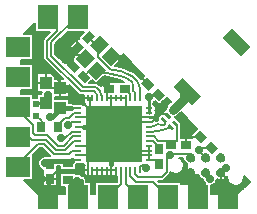
<source format=gtl>
G04 DipTrace 2.4.0.2*
%IN2dB-bBLE.gtl*%
%MOIN*%
%ADD13C,0.008*%
%ADD14C,0.029*%
%ADD15C,0.015*%
%ADD16C,0.006*%
%ADD17C,0.007*%
%ADD18C,0.01*%
%ADD19R,0.0354X0.0276*%
%ADD20R,0.0394X0.0433*%
%ADD21R,0.0276X0.0354*%
%ADD22R,0.0354X0.0295*%
%ADD23R,0.08X0.0669*%
%ADD24R,0.0669X0.08*%
%ADD25R,0.0295X0.0354*%
%ADD26R,0.0197X0.0236*%
%ADD29O,0.0256X0.0079*%
%ADD30O,0.0079X0.0256*%
%ADD31R,0.185X0.185*%
%ADD32C,0.028*%
%ADD34C,0.028*%
%FSLAX44Y44*%
G04*
G70*
G90*
G75*
G01*
%LNTop*%
%LPD*%
X9066Y6779D2*
D13*
X9100Y6744D1*
Y6842D1*
D14*
X9467Y7210D1*
Y7453D1*
X9564D1*
X4862Y7742D2*
D13*
X5040Y7564D1*
X5348D1*
X6258Y4842D2*
Y5172D1*
X7871Y6785D1*
X6258Y4842D2*
X6028D1*
X5971D1*
Y4772D1*
X5186D1*
X5007Y4592D1*
Y4529D1*
X5438Y9106D2*
X5472D1*
X5613Y9247D1*
Y8918D1*
X5848Y8682D1*
X6168D1*
Y8541D1*
X6028Y4846D2*
Y4842D1*
X4702Y8175D2*
Y8531D1*
X4593Y8640D1*
Y8669D1*
Y8506D1*
X5592Y7507D1*
Y7530D1*
X5348Y7564D2*
X5558D1*
X5592Y7530D1*
X5564Y7564D2*
X6074Y7054D1*
X6050D1*
X5908Y7195D1*
X5902D1*
X8315Y6585D2*
X7833D1*
X7597Y6821D1*
X7282D1*
X7578D1*
X7911D1*
Y6427D1*
X8315D1*
X7282Y6821D2*
X6965Y6822D1*
X6332D1*
X5959Y7195D1*
X5902D1*
X7578Y6821D2*
X7090Y6333D1*
Y5886D1*
X7105Y5872D1*
Y6019D1*
X7871Y6785D1*
X8926Y6640D2*
X8931D1*
X8857Y6714D1*
X8592D1*
Y6629D1*
X8520Y6556D1*
X8343D1*
X8315Y6585D1*
Y6427D2*
X8391D1*
X8520Y6556D1*
X8257Y7702D2*
X7918Y8042D1*
X7335Y8624D1*
X7031D1*
X5911Y8896D2*
X5648D1*
X5438Y9106D1*
X10854Y4909D2*
Y4908D1*
X10684Y4738D1*
X9302Y6542D2*
X9440Y6405D1*
Y6028D1*
X9478Y5989D1*
X7045Y7224D2*
Y6902D1*
X6965Y6822D1*
X6888Y7224D2*
X7518D1*
X7045D2*
X7203D1*
X7360D1*
X7518D1*
Y6812D1*
X7274D1*
X7282Y6821D1*
X4937Y3937D2*
Y4460D1*
X5007Y4529D1*
X6415Y4842D2*
X6573D1*
X6730D1*
X6888D1*
X7045D1*
X7203D1*
X5933Y5325D2*
X6323D1*
X6358Y5360D1*
X6725D1*
X6731Y5367D1*
X7104D1*
X7457D1*
X7464Y5373D1*
X7830D1*
X7939Y5482D1*
X8315D1*
Y5640D2*
Y5482D1*
Y5325D1*
Y5167D1*
X5933Y6585D2*
X6839D1*
X7090Y6333D1*
X7045Y4842D2*
Y5308D1*
X7104Y5367D1*
X9537Y5680D2*
Y5931D1*
X9478Y5989D1*
X10018Y5941D2*
X9526D1*
X8645Y5023D2*
X8621D1*
X8489Y5154D1*
X8328D1*
X8315Y5167D1*
Y5325D2*
X7879D1*
X7830Y5373D1*
X10937Y3937D2*
X10837D1*
Y4585D1*
X10684Y4738D1*
X5933Y5640D2*
X6725D1*
X7871Y6785D1*
X8315Y6585D2*
X7985D1*
X7909Y6509D1*
X7992Y6427D1*
X8315D1*
X6888Y7224D2*
Y7466D1*
X6972Y7550D1*
X6332Y6822D2*
Y7151D1*
X6258Y7224D1*
X6415D2*
X5931D1*
X5902Y7195D1*
X5775Y8304D2*
Y8311D1*
X5659Y8427D1*
X5285Y8768D2*
Y8953D1*
X5438Y9106D1*
X7414Y8550D2*
Y8545D1*
X8257Y7702D1*
X4575Y9240D2*
Y8687D1*
X4593Y8669D1*
X4545Y4868D2*
Y5287D1*
X4711Y5454D1*
X7677Y8270D2*
X7905Y8042D1*
X7918D1*
X5933Y6270D2*
X6136D1*
D15*
X6888D1*
X7124Y6033D1*
X7045Y4842D2*
D13*
Y5045D1*
D15*
Y5955D1*
X7124Y6033D1*
X8993Y5339D2*
D13*
Y5285D1*
X9089Y5381D1*
X9684D1*
Y5238D1*
X10184Y4738D2*
Y4695D1*
X10332Y4547D1*
X7833Y4842D2*
Y4711D1*
X7942Y4603D1*
X8717D1*
X8883Y4768D1*
Y5229D1*
X8993Y5339D1*
X7990Y4842D2*
Y4943D1*
X8055Y5008D1*
X8102D1*
X8199Y4911D1*
X9963Y5506D2*
Y5460D1*
X10184Y5238D1*
X10380Y5579D2*
X10035D1*
X9963Y5506D1*
X8315Y6112D2*
D16*
X8626Y6145D1*
X8713Y6155D1*
G03X9024Y6264I-181J1013D01*
G01*
X5933Y5167D2*
D13*
X5745D1*
D15*
Y5127D1*
X5093D1*
X5007Y5041D1*
X5348Y6895D2*
Y6811D1*
X5269D1*
X5072Y6613D1*
X4986D1*
X4830Y5054D2*
X4994D1*
X5007Y5041D1*
X5612Y5058D2*
Y5132D1*
X5097D1*
X5612Y5135D2*
X4911D1*
X4830Y5054D1*
X5348Y6895D2*
Y6891D1*
X5698D1*
D13*
X5732Y6925D1*
Y6900D1*
X5933D1*
X8787Y6501D2*
D16*
G02X8725Y6331I-27J-86D01*
G01*
G03X8490Y6307I-103J-149D01*
G01*
G02X8315Y6270I-147J263D01*
G01*
X5937Y9937D2*
D13*
X5896D1*
X5044Y9085D1*
Y8647D1*
X6086Y7606D1*
X6506D1*
G02X6667Y7470I-325J-545D01*
G01*
G02X6730Y7239I-570J-280D01*
G01*
Y7224D1*
X7675D2*
Y7378D1*
X7551Y7502D1*
X7532D1*
X7484Y7550D1*
X6557Y8151D2*
X6345D1*
X6137Y7942D1*
X6557Y8151D2*
X6746D1*
X6814Y8083D1*
G03X7348Y7966I1386J5058D01*
G01*
G02X7722Y7779I-174J-814D01*
G01*
G02X7773Y7665I-64J-97D01*
G01*
Y7482D1*
X7833Y7422D1*
Y7224D1*
X7990D2*
Y7590D1*
G02X7914Y7785I177J182D01*
G01*
G03X7766Y7944I-909J-698D01*
G01*
G03X6989Y8194I-876J-1387D01*
G01*
D17*
X6589Y8594D1*
D13*
Y8832D1*
X6706Y8949D1*
X6641Y9014D1*
X6517D1*
X6273Y9258D1*
X5250Y6273D2*
Y6329D1*
X5488Y6567D1*
X5625D1*
X5800Y6742D1*
X5933D1*
X4699Y6273D2*
X4726D1*
Y6463D1*
X4546Y6642D1*
X4520D1*
Y7036D2*
D18*
Y7067D1*
X4862D1*
Y7073D1*
X8619Y7341D2*
X8313D1*
X8298Y7325D1*
Y6882D1*
X8315Y6900D1*
Y6742D1*
X4862Y7073D2*
Y7259D1*
X4929Y7326D1*
X8316Y7262D2*
Y7341D1*
X8317D1*
X9163Y6403D2*
D16*
X9238Y6328D1*
Y5814D1*
X8970D1*
X9025Y5759D1*
Y5680D1*
X8315Y5955D2*
X8469D1*
X8609Y5814D1*
X8970D1*
X8645Y5535D2*
Y5592D1*
X8440Y5797D1*
X8315D1*
X4937Y9937D2*
D13*
X5232D1*
Y9478D1*
X4904Y9150D1*
Y8583D1*
X6033Y7454D1*
X6472D1*
G02X6569Y7216I-109J-183D01*
G01*
X6573Y7224D1*
X5933Y6427D2*
X5703D1*
X5600Y6324D1*
X5933Y6112D2*
X5718D1*
X5497Y5891D1*
X5357D1*
X5933Y5955D2*
X5761D1*
X5452Y5646D1*
X5261D1*
X4916Y5991D1*
X4508D1*
X4448Y6052D1*
Y6338D1*
X3875Y6912D1*
X3962D1*
X3937Y6937D1*
X5933Y5797D2*
X5802D1*
X5507Y5502D1*
X5204D1*
X4855Y5850D1*
X4397D1*
X4310Y5937D1*
X3937D1*
X5933Y5482D2*
X5742D1*
X5621Y5361D1*
X5145D1*
X4798Y5708D1*
X4602D1*
X3831Y4937D1*
X3937D1*
X7360Y4842D2*
Y4360D1*
X6937Y3937D1*
X7518Y4842D2*
Y4356D1*
X7937Y3937D1*
X7675Y4842D2*
Y4631D1*
X7862Y4444D1*
X8430D1*
X8937Y3937D1*
X5937D2*
D15*
Y4182D1*
X5612Y4507D1*
X5910Y4480D2*
X6041D1*
Y3937D1*
X5937D1*
X9830Y4508D2*
Y4593D1*
X9684Y4738D1*
X9937Y3937D2*
Y4486D1*
X9684Y4738D1*
D34*
X4575Y9240D3*
X5600Y6324D3*
X9478Y5989D3*
X8662Y6899D3*
X5357Y5891D3*
X7414Y8550D3*
X4929Y7326D3*
X8316Y7262D3*
X4986Y6613D3*
X4830Y5054D3*
X5592Y7530D3*
X6828Y7739D3*
X4702Y8175D3*
X4593Y8669D3*
X5438Y9106D3*
X5285Y8768D3*
X5738Y9304D3*
X4545Y4868D3*
X10854Y4909D3*
X5910Y4480D3*
X9830Y4508D3*
X8199Y4911D3*
X9963Y5506D3*
X6028Y4846D3*
X4736Y4549D3*
X5659Y8427D3*
X5902Y7195D3*
X8993Y5339D3*
X10332Y4547D3*
X4711Y5454D3*
X7677Y8270D3*
X4446Y9671D2*
D16*
X4504D1*
X4387Y9612D2*
X4504D1*
X4328Y9554D2*
X4504D1*
X4269Y9495D2*
X4504D1*
X4211Y9436D2*
X4996D1*
X5588D2*
X6120D1*
X4152Y9378D2*
X4938D1*
X5530D2*
X6062D1*
X4435Y9319D2*
X4879D1*
X5471D2*
X6003D1*
X4435Y9260D2*
X4821D1*
X5412D2*
X5957D1*
X4435Y9202D2*
X4776D1*
X5354D2*
X5893D1*
X4435Y9143D2*
X4766D1*
X5295D2*
X5827D1*
X4435Y9084D2*
X4766D1*
X5237D2*
X5769D1*
X4435Y9026D2*
X4766D1*
X5183D2*
X5710D1*
X4435Y8967D2*
X4766D1*
X5183D2*
X5651D1*
X4435Y8908D2*
X4766D1*
X5183D2*
X5600D1*
X4435Y8849D2*
X4766D1*
X5183D2*
X5592D1*
X4435Y8791D2*
X4766D1*
X5183D2*
X5629D1*
X4435Y8732D2*
X4766D1*
X5183D2*
X5688D1*
X4435Y8673D2*
X4766D1*
X5212D2*
X5747D1*
X4435Y8615D2*
X4766D1*
X5270D2*
X5712D1*
X7446D2*
X7497D1*
X4435Y8556D2*
X4768D1*
X5329D2*
X5640D1*
X7405D2*
X7556D1*
X4036Y8497D2*
X4796D1*
X5387D2*
X5581D1*
X7346D2*
X7615D1*
X4036Y8439D2*
X4855D1*
X5446D2*
X5522D1*
X7288D2*
X7673D1*
X4036Y8380D2*
X4914D1*
X7229D2*
X7732D1*
X4435Y8321D2*
X4973D1*
X7170D2*
X7790D1*
X4435Y8263D2*
X5031D1*
X7374D2*
X7848D1*
X4435Y8204D2*
X5090D1*
X7548D2*
X7907D1*
X4435Y8145D2*
X5148D1*
X7682D2*
X7965D1*
X4435Y8087D2*
X5207D1*
X7788D2*
X8024D1*
X4435Y8028D2*
X4567D1*
X5157D2*
X5266D1*
X7875D2*
X8082D1*
X4435Y7969D2*
X4567D1*
X5157D2*
X5324D1*
X7936D2*
X8137D1*
X4435Y7910D2*
X4567D1*
X5157D2*
X5383D1*
X6759D2*
X6967D1*
X7987D2*
X8078D1*
X4435Y7852D2*
X4567D1*
X6701D2*
X7231D1*
X4435Y7793D2*
X4567D1*
X6375D2*
X6445D1*
X6642D2*
X7446D1*
X4435Y7734D2*
X4567D1*
X6545D2*
X6697D1*
X4435Y7676D2*
X4567D1*
X6642D2*
X6697D1*
X4435Y7617D2*
X4567D1*
X5643D2*
X5677D1*
X4435Y7558D2*
X4567D1*
X5643D2*
X5735D1*
X4037Y7500D2*
X4567D1*
X5643D2*
X5794D1*
X4037Y7441D2*
X4567D1*
X5643D2*
X5853D1*
X4037Y7382D2*
X4698D1*
X5643D2*
X5911D1*
X4435Y7324D2*
X4567D1*
X5643D2*
X6002D1*
X4435Y7265D2*
X4567D1*
X5643D2*
X6120D1*
X5157Y7206D2*
X6120D1*
X5643Y7148D2*
X6120D1*
X8813D2*
X8959D1*
X5643Y7089D2*
X6129D1*
X8477D2*
X8539D1*
X8754D2*
X9005D1*
X6044Y7030D2*
X6101D1*
X8446D2*
X8612D1*
X8681D2*
X8947D1*
X8520Y6971D2*
X8895D1*
X8541Y6913D2*
X8868D1*
X8533Y6854D2*
X8857D1*
X8530Y6795D2*
X8792D1*
X8542Y6737D2*
X8735D1*
X8525Y6678D2*
X8675D1*
X8537Y6619D2*
X8616D1*
X8539Y6561D2*
X8579D1*
X8518Y6502D2*
X8587D1*
X9534D2*
X9603D1*
X9492Y6443D2*
X9661D1*
X9434Y6385D2*
X9719D1*
X9367Y6326D2*
X9778D1*
X9367Y6267D2*
X9836D1*
X9367Y6209D2*
X9896D1*
X9367Y6150D2*
X9840D1*
X9367Y6091D2*
X9781D1*
X9367Y6032D2*
X9722D1*
X9367Y5974D2*
X9697D1*
X9367Y5915D2*
X9714D1*
X4650Y5563D2*
X4751D1*
X4592Y5504D2*
X4809D1*
X4533Y5446D2*
X4868D1*
X4475Y5387D2*
X4927D1*
X4435Y5328D2*
X4985D1*
X4435Y5270D2*
X4738D1*
X4435Y5211D2*
X4653D1*
X4435Y5152D2*
X4614D1*
X4435Y5093D2*
X4595D1*
X4435Y5035D2*
X4592D1*
X5890D2*
X6101D1*
X4435Y4976D2*
X4605D1*
X5888D2*
X6129D1*
X4435Y4917D2*
X4636D1*
X5243D2*
X5336D1*
X5888D2*
X6120D1*
X4435Y4859D2*
X4697D1*
X5243D2*
X5336D1*
X5888D2*
X6120D1*
X4435Y4800D2*
X4770D1*
X5243D2*
X6120D1*
X4435Y4741D2*
X4770D1*
X5243D2*
X5336D1*
X5888D2*
X6121D1*
X4435Y4683D2*
X4770D1*
X5243D2*
X5336D1*
X6028D2*
X6141D1*
X4435Y4624D2*
X4770D1*
X5243D2*
X5336D1*
X6131D2*
X6231D1*
X6285D2*
X6388D1*
X6443D2*
X6546D1*
X6600D2*
X6703D1*
X6758D2*
X6861D1*
X6915D2*
X7017D1*
X7073D2*
X7175D1*
X4435Y4565D2*
X4770D1*
X5243D2*
X5336D1*
X6190D2*
X7222D1*
X10867D2*
X10901D1*
X11468D2*
X11534D1*
X4142Y4507D2*
X4770D1*
X5243D2*
X5336D1*
X6212D2*
X7222D1*
X10777D2*
X10912D1*
X11457D2*
X11592D1*
X4200Y4448D2*
X4770D1*
X5243D2*
X5336D1*
X6214D2*
X7222D1*
X10549D2*
X10937D1*
X11432D2*
X11651D1*
X4258Y4389D2*
X4770D1*
X5243D2*
X5336D1*
X6370D2*
X6504D1*
X10508D2*
X10982D1*
X11386D2*
X11592D1*
X4316Y4331D2*
X4770D1*
X5243D2*
X5336D1*
X6370D2*
X6504D1*
X10422D2*
X11071D1*
X11298D2*
X11534D1*
X4375Y4272D2*
X4770D1*
X5243D2*
X5336D1*
X6370D2*
X6504D1*
X10370D2*
X11477D1*
X4433Y4213D2*
X5504D1*
X6370D2*
X6504D1*
X10370D2*
X11419D1*
X4492Y4154D2*
X5504D1*
X6370D2*
X6504D1*
X10370D2*
X11361D1*
X4550Y4096D2*
X5504D1*
X6370D2*
X6504D1*
X10370D2*
X11303D1*
X4608Y4037D2*
X5504D1*
X6370D2*
X6504D1*
X10370D2*
X11245D1*
X8771Y6768D2*
X8819Y6817D1*
X8849Y6836D1*
X8863Y6853D1*
X8866Y6883D1*
X8873Y6912D1*
X8884Y6940D1*
X8898Y6967D1*
X8915Y6991D1*
X8975Y7053D1*
X9018Y7096D1*
X8917Y7195D1*
X8886Y7226D1*
X8712Y7052D1*
X8688Y7035D1*
X8659Y7026D1*
X8630Y7027D1*
X8601Y7037D1*
X8581Y7052D1*
X8507Y7127D1*
X8482Y7099D1*
X8460Y7079D1*
X8441Y7066D1*
X8440Y7026D1*
X8470Y7014D1*
X8494Y6996D1*
X8513Y6973D1*
X8527Y6946D1*
X8534Y6917D1*
X8535Y6900D1*
X8532Y6870D1*
X8522Y6842D1*
X8509Y6822D1*
X8527Y6789D1*
X8534Y6760D1*
X8535Y6742D1*
X8532Y6712D1*
X8522Y6684D1*
X8510Y6663D1*
X8525Y6637D1*
X8533Y6608D1*
X8535Y6579D1*
X8531Y6549D1*
X8519Y6521D1*
X8510Y6505D1*
X8525Y6480D1*
X8527Y6474D1*
X8567Y6481D1*
X8604Y6484D1*
X8593Y6501D1*
X8584Y6530D1*
X8585Y6560D1*
X8595Y6588D1*
X8610Y6608D1*
X8680Y6677D1*
X8710Y6697D1*
X8725Y6704D1*
X8737Y6731D1*
X8771Y6768D1*
X9458Y6414D2*
X9409Y6366D1*
X9380Y6346D1*
X9364Y6339D1*
X9361Y6328D1*
Y5911D1*
X9399Y5910D1*
X9723Y5911D1*
X9710Y5932D1*
X9704Y5955D1*
X9703Y5979D1*
X9709Y6002D1*
X9720Y6023D1*
X9751Y6055D1*
X9903Y6207D1*
X9575Y6536D1*
X9504Y6483D1*
X9494Y6455D1*
X9479Y6435D1*
X9458Y6414D1*
X6006Y9316D2*
X6134Y9444D1*
X5591Y9445D1*
X5176Y9030D1*
X5177Y8702D1*
X5485Y8394D1*
X5534Y8444D1*
X5691Y8600D1*
X5712Y8612D1*
X5735Y8619D1*
X5759D1*
X5782Y8613D1*
X5796Y8606D1*
X5808Y8618D1*
X5619Y8807D1*
X5606Y8827D1*
X5598Y8849D1*
X5596Y8873D1*
X5601Y8897D1*
X5611Y8918D1*
X5628Y8937D1*
X5883Y9192D1*
X5904Y9204D1*
X5927Y9210D1*
X5951D1*
X5961Y9208D1*
X5960Y9247D1*
X5970Y9275D1*
X5985Y9295D1*
X6006Y9316D1*
X6410Y7834D2*
X6314Y7739D1*
X6506Y7738D1*
X6536Y7735D1*
X6561Y7727D1*
X6608Y7696D1*
X6688Y7637D1*
X6703Y7621D1*
Y7780D1*
X7482D1*
X7405Y7813D1*
X7318Y7837D1*
X7186Y7861D1*
X6794Y7951D1*
X6609Y7765D1*
X6584Y7748D1*
X6556Y7739D1*
X6526Y7740D1*
X6498Y7750D1*
X6469Y7775D1*
X6410Y7834D1*
X5152Y7204D2*
X5637D1*
Y7058D1*
X5698Y7059D1*
X5746Y7057D1*
X5780Y7049D1*
X5810Y7032D1*
X5804Y7036D1*
X5822Y7032D1*
X6022Y7031D1*
X6031D1*
X6060Y7026D1*
X6088Y7014D1*
X6106Y7000D1*
X6107Y7051D1*
X6157D1*
X6142Y7072D1*
X6131Y7100D1*
X6126Y7130D1*
Y7321D1*
X6033D1*
X6003Y7325D1*
X5975Y7334D1*
X5949Y7351D1*
X5940Y7360D1*
X5637Y7663D1*
Y7591D1*
Y7255D1*
X5151D1*
X5152Y7203D1*
Y7873D2*
X5427D1*
X4810Y8489D1*
X4792Y8513D1*
X4779Y8540D1*
X4772Y8570D1*
X4771Y8583D1*
Y9150D1*
X4775Y9180D1*
X4785Y9208D1*
X4801Y9234D1*
X4810Y9244D1*
X5011Y9445D1*
X4510D1*
Y9742D1*
X4132Y9364D1*
X4429D1*
Y8510D1*
X4031D1*
X4030Y8365D1*
X4225Y8364D1*
X4429D1*
Y7510D1*
X4031D1*
Y7364D1*
X4429D1*
Y7247D1*
X4574D1*
X4573Y7382D1*
X4703D1*
X4710Y7404D1*
X4723Y7434D1*
X4648Y7433D1*
X4573D1*
Y8051D1*
X5152D1*
Y7873D1*
X8027Y7854D2*
X8145Y7971D1*
X7427Y8690D1*
X7438Y8669D1*
X7443Y8646D1*
X7442Y8622D1*
X7434Y8599D1*
X7422Y8579D1*
X7152Y8309D1*
X7181Y8305D1*
X7355Y8267D1*
X7524Y8212D1*
X7687Y8140D1*
X7831Y8059D1*
X7858Y8039D1*
X7935Y7964D1*
X8022Y7861D1*
X4806Y5311D2*
X5008D1*
X4744Y5576D1*
X4657Y5575D1*
X4429Y5347D1*
Y5124D1*
Y4510D1*
X4132D1*
X4614Y4026D1*
X5509D1*
X5510Y4267D1*
X5342D1*
Y4747D1*
X5881D1*
Y4710D1*
X5925Y4711D1*
X5954Y4708D1*
X5983Y4700D1*
X6011Y4689D1*
X6037Y4674D1*
X6074Y4643D1*
X6106Y4634D1*
X6133Y4620D1*
X6156Y4601D1*
X6176Y4578D1*
X6191Y4553D1*
X6202Y4525D1*
X6208Y4480D1*
Y4430D1*
X6364Y4429D1*
Y4025D1*
X6511Y4026D1*
X6510Y4285D1*
Y4429D1*
X7227D1*
X7228Y4624D1*
X7194Y4622D1*
X7164Y4628D1*
X7137Y4640D1*
X7124Y4648D1*
X7101Y4634D1*
X7072Y4625D1*
X7042Y4622D1*
X7013Y4626D1*
X6985Y4637D1*
X6966Y4648D1*
X6943Y4634D1*
X6915Y4625D1*
X6885Y4622D1*
X6855Y4626D1*
X6827Y4637D1*
X6809Y4648D1*
X6786Y4634D1*
X6757Y4625D1*
X6727Y4622D1*
X6698Y4626D1*
X6670Y4637D1*
X6652Y4648D1*
X6628Y4634D1*
X6600Y4625D1*
X6570Y4622D1*
X6540Y4626D1*
X6512Y4637D1*
X6494Y4648D1*
X6471Y4634D1*
X6442Y4625D1*
X6412Y4622D1*
X6383Y4626D1*
X6355Y4637D1*
X6337Y4648D1*
X6313Y4634D1*
X6285Y4625D1*
X6255Y4622D1*
X6225Y4626D1*
X6197Y4637D1*
X6172Y4654D1*
X6152Y4675D1*
X6137Y4701D1*
X6128Y4730D1*
X6126Y4760D1*
X6127Y4943D1*
X6133Y4972D1*
X6145Y5000D1*
X6157Y5016D1*
X6107D1*
Y5067D1*
X6077Y5048D1*
X6049Y5038D1*
X6022Y5035D1*
X5883D1*
X5881Y5028D1*
Y4818D1*
X5342D1*
Y4960D1*
X5236D1*
X5237Y4861D1*
X5236Y4772D1*
X5237Y4751D1*
Y4260D1*
X4776D1*
X4775Y4828D1*
X4747Y4837D1*
X4720Y4849D1*
X4694Y4865D1*
X4671Y4884D1*
X4651Y4906D1*
X4633Y4930D1*
X4619Y4957D1*
X4608Y4985D1*
X4601Y5014D1*
X4598Y5043D1*
Y5073D1*
X4603Y5103D1*
X4611Y5132D1*
X4623Y5159D1*
X4638Y5185D1*
X4657Y5209D1*
X4678Y5230D1*
X4702Y5248D1*
X4728Y5263D1*
X4756Y5274D1*
X4777Y5279D1*
X4776Y5311D1*
X4806D1*
X10364Y4293D2*
Y4025D1*
X11239Y4026D1*
X11657Y4448D1*
X11458Y4648D1*
X11463Y4604D1*
X11462Y4558D1*
X11457Y4529D1*
X11449Y4500D1*
X11438Y4472D1*
X11424Y4445D1*
X11408Y4420D1*
X11389Y4398D1*
X11367Y4377D1*
X11343Y4358D1*
X11318Y4343D1*
X11291Y4330D1*
X11262Y4320D1*
X11233Y4313D1*
X11203Y4310D1*
X11173Y4309D1*
X11143Y4312D1*
X11114Y4318D1*
X11085Y4327D1*
X11058Y4339D1*
X11032Y4354D1*
X11008Y4372D1*
X10986Y4392D1*
X10966Y4414D1*
X10948Y4439D1*
X10934Y4465D1*
X10922Y4492D1*
X10913Y4521D1*
X10908Y4551D1*
X10905Y4581D1*
X10906Y4610D1*
X10909Y4635D1*
X10893Y4606D1*
X10867Y4572D1*
X10835Y4543D1*
X10799Y4520D1*
X10760Y4503D1*
X10717Y4493D1*
X10674Y4491D1*
X10638Y4495D1*
X10596Y4507D1*
X10563Y4523D1*
X10557Y4488D1*
X10548Y4459D1*
X10534Y4432D1*
X10518Y4407D1*
X10498Y4385D1*
X10476Y4364D1*
X10451Y4347D1*
X10425Y4334D1*
X10397Y4324D1*
X10374Y4319D1*
X10369Y4304D1*
X5911Y9206D2*
Y8896D1*
X5601D2*
X5911D1*
X5775Y8615D2*
Y8304D1*
X9537Y5910D2*
Y5680D1*
X5348Y7873D2*
Y7255D1*
Y7564D2*
X5637D1*
X6972Y7780D2*
Y7550D1*
X5007Y4529D2*
Y4260D1*
X4776Y4529D2*
X5237D1*
X4862Y8051D2*
Y7742D1*
X4573D2*
X4862D1*
X9707Y5941D2*
X10018D1*
X10684Y4738D2*
Y4491D1*
X6258Y4842D2*
Y4622D1*
X6126Y4842D2*
X6258D1*
X6415D2*
Y4622D1*
X6573Y4842D2*
Y4622D1*
X6730Y4842D2*
Y4622D1*
X6888Y4842D2*
Y4622D1*
X7045Y4842D2*
Y4622D1*
X7203Y4842D2*
Y4622D1*
X8315Y6585D2*
X8535D1*
X6126Y7224D2*
X6258D1*
X7031Y8624D2*
X7442D1*
X9382Y5191D2*
X9436D1*
X9456Y5074D2*
X9494D1*
X9468Y5015D2*
X9573D1*
X9467Y4956D2*
X9573D1*
X9454Y4898D2*
X9573D1*
X9426Y4839D2*
X9573D1*
X9377Y4781D2*
X9573D1*
X9013Y4722D2*
X9094D1*
X9275D2*
X9573D1*
X8972Y4664D2*
X9943D1*
X8913Y4605D2*
X9970D1*
X8855Y4547D2*
X10022D1*
X8789Y4488D2*
X10101D1*
X8637Y4430D2*
X10126D1*
X9938Y4371D2*
X10175D1*
X9438Y5221D2*
Y5248D1*
X9415Y5249D1*
X9283D1*
X9328Y5228D1*
X9353Y5211D1*
X9375Y5192D1*
X9396Y5170D1*
X9414Y5146D1*
X9430Y5121D1*
X9443Y5094D1*
X9453Y5066D1*
X9459Y5037D1*
X9464Y4988D1*
X9462Y4958D1*
X9457Y4929D1*
X9449Y4900D1*
X9438Y4872D1*
X9424Y4846D1*
X9408Y4821D1*
X9389Y4798D1*
X9367Y4777D1*
X9343Y4759D1*
X9318Y4743D1*
X9291Y4730D1*
X9263Y4720D1*
X9234Y4714D1*
X9204Y4710D1*
X9174Y4709D1*
X9144Y4712D1*
X9115Y4718D1*
X9086Y4727D1*
X9059Y4739D1*
X9016Y4766D1*
X9014Y4751D1*
X9007Y4722D1*
X8994Y4695D1*
X8956Y4654D1*
X8811Y4509D1*
X8788Y4490D1*
X8761Y4478D1*
X8731Y4471D1*
X8591Y4470D1*
X8633Y4429D1*
X8929D1*
X9364D1*
Y4374D1*
X10182Y4370D1*
X10154Y4398D1*
X10136Y4423D1*
X10122Y4449D1*
X10111Y4477D1*
X10104Y4505D1*
X10068Y4520D1*
X10032Y4544D1*
X10000Y4573D1*
X9975Y4608D1*
X9955Y4646D1*
X9948Y4668D1*
X9579Y4669D1*
Y5015D1*
X9554Y5028D1*
X9518Y5056D1*
X9489Y5088D1*
X9466Y5124D1*
X9449Y5164D1*
X9440Y5206D1*
X9438Y5221D1*
X9295Y6696D2*
X9411D1*
X9225Y6637D2*
X9470D1*
X9194Y6579D2*
X9529D1*
X9252Y6520D2*
X9497D1*
X9310Y6462D2*
X9426D1*
X9195Y6625D2*
X9166Y6595D1*
X9187Y6580D1*
X9340Y6427D1*
X9357Y6402D1*
X9407Y6441D1*
X9552Y6561D1*
X9352Y6760D1*
X9268Y6675D1*
X9246Y6655D1*
X9221Y6638D1*
X9195Y6625D1*
X9170Y6593D1*
X9187Y6580D1*
G36*
X9104Y7606D2*
X9411Y7912D1*
X10023Y7300D1*
X9717Y6994D1*
X9104Y7606D1*
G37*
G36*
X10747Y9249D2*
X11053Y9555D1*
X11666Y8942D1*
X11359Y8636D1*
X10747Y9249D1*
G37*
G36*
X8954Y6821D2*
X9024Y6890D1*
X9177Y6737D1*
X9107Y6668D1*
X8954Y6821D1*
G37*
G36*
X8815Y6682D2*
X8885Y6751D1*
X9038Y6598D1*
X8968Y6529D1*
X8815Y6682D1*
G37*
G36*
X8676Y6542D2*
X8745Y6612D1*
X8899Y6459D1*
X8829Y6389D1*
X8676Y6542D1*
G37*
G36*
X8912Y6306D2*
X8982Y6375D1*
X9135Y6222D1*
X9066Y6153D1*
X8912Y6306D1*
G37*
G36*
X9052Y6445D2*
X9121Y6515D1*
X9274Y6361D1*
X9205Y6292D1*
X9052Y6445D1*
G37*
G36*
X9191Y6584D2*
X9260Y6654D1*
X9414Y6501D1*
X9344Y6431D1*
X9191Y6584D1*
G37*
G36*
X6245Y9035D2*
X6051Y9230D1*
X6301Y9480D1*
X6496Y9285D1*
X6245Y9035D1*
G37*
G36*
X5884Y8673D2*
X5689Y8868D1*
X5939Y9118D1*
X6134Y8924D1*
X5884Y8673D1*
G37*
G36*
X6360Y7915D2*
X6165Y7720D1*
X5914Y7970D1*
X6109Y8165D1*
X6360Y7915D1*
G37*
G36*
X5998Y8276D2*
X5803Y8082D1*
X5552Y8332D1*
X5747Y8527D1*
X5998Y8276D1*
G37*
D19*
X9025Y5680D3*
X9537D3*
D20*
X5348Y6895D3*
Y7564D3*
D19*
X7484Y7550D3*
X6972D3*
G36*
X8396Y7368D2*
X8591Y7563D1*
X8842Y7313D1*
X8647Y7118D1*
X8396Y7368D1*
G37*
G36*
X8034Y7730D2*
X8229Y7925D1*
X8480Y7675D1*
X8285Y7480D1*
X8034Y7730D1*
G37*
D21*
X8645Y5535D3*
Y5023D3*
X5007Y5041D3*
Y4529D3*
D20*
X4862Y7073D3*
Y7742D3*
D22*
X5612Y5058D3*
Y4507D3*
D23*
X3937Y8937D3*
Y7937D3*
Y6937D3*
Y5937D3*
Y4937D3*
D24*
X4937Y9937D3*
X5937D3*
X6937Y3937D3*
X7937D3*
X8937D3*
D25*
X5250Y6273D3*
X4699D3*
D26*
X4520Y6642D3*
Y7036D3*
D24*
X4937Y3937D3*
X5937D3*
X9937D3*
X10937D3*
G36*
X10241Y5913D2*
X10046Y5718D1*
X9795Y5969D1*
X9990Y6164D1*
X10241Y5913D1*
G37*
G36*
X10602Y5551D2*
X10408Y5356D1*
X10157Y5607D1*
X10352Y5802D1*
X10602Y5551D1*
G37*
G36*
X9839Y5238D2*
X9837Y5265D1*
X9830Y5291D1*
X9819Y5316D1*
X9803Y5338D1*
X9784Y5357D1*
X9762Y5373D1*
X9737Y5384D1*
X9711Y5391D1*
X9684Y5393D1*
D1*
X9657Y5391D1*
X9631Y5384D1*
X9607Y5373D1*
X9585Y5357D1*
X9566Y5338D1*
X9550Y5316D1*
X9539Y5291D1*
X9532Y5265D1*
X9529Y5238D1*
D1*
X9532Y5211D1*
X9539Y5185D1*
X9550Y5161D1*
X9566Y5139D1*
X9585Y5120D1*
X9607Y5104D1*
X9631Y5093D1*
X9657Y5086D1*
X9684Y5083D1*
D1*
X9711Y5086D1*
X9737Y5093D1*
X9762Y5104D1*
X9784Y5120D1*
X9803Y5139D1*
X9819Y5161D1*
X9830Y5185D1*
X9837Y5211D1*
X9839Y5238D1*
G37*
G36*
X10339D2*
X10337Y5265D1*
X10330Y5291D1*
X10319Y5316D1*
X10303Y5338D1*
X10284Y5357D1*
X10262Y5373D1*
X10237Y5384D1*
X10211Y5391D1*
X10184Y5393D1*
D1*
X10157Y5391D1*
X10131Y5384D1*
X10107Y5373D1*
X10085Y5357D1*
X10066Y5338D1*
X10050Y5316D1*
X10039Y5291D1*
X10032Y5265D1*
X10029Y5238D1*
D1*
X10032Y5211D1*
X10039Y5185D1*
X10050Y5161D1*
X10066Y5139D1*
X10085Y5120D1*
X10107Y5104D1*
X10131Y5093D1*
X10157Y5086D1*
X10184Y5083D1*
D1*
X10211Y5086D1*
X10237Y5093D1*
X10262Y5104D1*
X10284Y5120D1*
X10303Y5139D1*
X10319Y5161D1*
X10330Y5185D1*
X10337Y5211D1*
X10339Y5238D1*
G37*
G36*
X10839D2*
X10837Y5265D1*
X10830Y5291D1*
X10819Y5316D1*
X10803Y5338D1*
X10784Y5357D1*
X10762Y5373D1*
X10737Y5384D1*
X10711Y5391D1*
X10684Y5393D1*
D1*
X10657Y5391D1*
X10631Y5384D1*
X10607Y5373D1*
X10585Y5357D1*
X10566Y5338D1*
X10550Y5316D1*
X10539Y5291D1*
X10532Y5265D1*
X10529Y5238D1*
D1*
X10532Y5211D1*
X10539Y5185D1*
X10550Y5161D1*
X10566Y5139D1*
X10585Y5120D1*
X10607Y5104D1*
X10631Y5093D1*
X10657Y5086D1*
X10684Y5083D1*
D1*
X10711Y5086D1*
X10737Y5093D1*
X10762Y5104D1*
X10784Y5120D1*
X10803Y5139D1*
X10819Y5161D1*
X10830Y5185D1*
X10837Y5211D1*
X10839Y5238D1*
G37*
G36*
Y4738D2*
X10837Y4765D1*
X10830Y4791D1*
X10819Y4816D1*
X10803Y4838D1*
X10784Y4857D1*
X10762Y4873D1*
X10737Y4884D1*
X10711Y4891D1*
X10684Y4893D1*
D1*
X10657Y4891D1*
X10631Y4884D1*
X10607Y4873D1*
X10585Y4857D1*
X10566Y4838D1*
X10550Y4816D1*
X10539Y4791D1*
X10532Y4765D1*
X10529Y4738D1*
D1*
X10532Y4711D1*
X10539Y4685D1*
X10550Y4661D1*
X10566Y4639D1*
X10585Y4620D1*
X10607Y4604D1*
X10631Y4593D1*
X10657Y4586D1*
X10684Y4583D1*
D1*
X10711Y4586D1*
X10737Y4593D1*
X10762Y4604D1*
X10784Y4620D1*
X10803Y4639D1*
X10819Y4661D1*
X10830Y4685D1*
X10837Y4711D1*
X10839Y4738D1*
G37*
G36*
X10339D2*
X10337Y4765D1*
X10330Y4791D1*
X10319Y4816D1*
X10303Y4838D1*
X10284Y4857D1*
X10262Y4873D1*
X10237Y4884D1*
X10211Y4891D1*
X10184Y4893D1*
D1*
X10157Y4891D1*
X10131Y4884D1*
X10107Y4873D1*
X10085Y4857D1*
X10066Y4838D1*
X10050Y4816D1*
X10039Y4791D1*
X10032Y4765D1*
X10029Y4738D1*
D1*
X10032Y4711D1*
X10039Y4685D1*
X10050Y4661D1*
X10066Y4639D1*
X10085Y4620D1*
X10107Y4604D1*
X10131Y4593D1*
X10157Y4586D1*
X10184Y4583D1*
D1*
X10211Y4586D1*
X10237Y4593D1*
X10262Y4604D1*
X10284Y4620D1*
X10303Y4639D1*
X10319Y4661D1*
X10330Y4685D1*
X10337Y4711D1*
X10339Y4738D1*
G37*
G36*
X9839D2*
X9837Y4765D1*
X9830Y4791D1*
X9819Y4816D1*
X9803Y4838D1*
X9784Y4857D1*
X9762Y4873D1*
X9737Y4884D1*
X9711Y4891D1*
X9684Y4893D1*
D1*
X9657Y4891D1*
X9631Y4884D1*
X9607Y4873D1*
X9585Y4857D1*
X9566Y4838D1*
X9550Y4816D1*
X9539Y4791D1*
X9532Y4765D1*
X9529Y4738D1*
D1*
X9532Y4711D1*
X9539Y4685D1*
X9550Y4661D1*
X9566Y4639D1*
X9585Y4620D1*
X9607Y4604D1*
X9631Y4593D1*
X9657Y4586D1*
X9684Y4583D1*
D1*
X9711Y4586D1*
X9737Y4593D1*
X9762Y4604D1*
X9784Y4620D1*
X9803Y4639D1*
X9819Y4661D1*
X9830Y4685D1*
X9837Y4711D1*
X9839Y4738D1*
G37*
D29*
X5933Y6900D3*
Y6742D3*
Y6585D3*
Y6427D3*
Y6270D3*
Y6112D3*
Y5955D3*
Y5797D3*
Y5640D3*
Y5482D3*
Y5325D3*
Y5167D3*
D30*
X6258Y4842D3*
X6415D3*
X6573D3*
X6730D3*
X6888D3*
X7045D3*
X7203D3*
X7360D3*
X7518D3*
X7675D3*
X7833D3*
X7990D3*
D29*
X8315Y5167D3*
Y5325D3*
Y5482D3*
Y5640D3*
Y5797D3*
Y5955D3*
Y6112D3*
Y6270D3*
Y6427D3*
Y6585D3*
Y6742D3*
Y6900D3*
D30*
X7990Y7224D3*
X7833D3*
X7675D3*
X7518D3*
X7360D3*
X7203D3*
X7045D3*
X6888D3*
X6730D3*
X6573D3*
X6415D3*
X6258D3*
D31*
X7124Y6033D3*
D32*
X6372Y6183D3*
X6672D3*
X6972D3*
X7272D3*
X7572D3*
X7872D3*
X6372Y5881D3*
X6672D3*
X6972D3*
X7272D3*
X7572D3*
X7872D3*
X6374Y6483D3*
X6674D3*
X6974D3*
X7274D3*
X7574D3*
X7874D3*
X6372Y5579D3*
X6672D3*
X6972D3*
X7272D3*
X7572D3*
X7872D3*
X6372Y5277D3*
X6672D3*
X6972D3*
X7272D3*
X7572D3*
X7872D3*
X6371Y6785D3*
X6671D3*
X6971D3*
X7271D3*
X7571D3*
X7871D3*
G36*
X6961Y9028D2*
X6627Y8694D1*
X6321Y9000D1*
X6655Y9334D1*
X6961Y9028D1*
G37*
G36*
X6488Y8555D2*
X6154Y8220D1*
X5847Y8527D1*
X6181Y8861D1*
X6488Y8555D1*
G37*
G36*
X6877Y8165D2*
X6543Y7831D1*
X6237Y8137D1*
X6571Y8471D1*
X6877Y8165D1*
G37*
G36*
X7351Y8638D2*
X7017Y8304D1*
X6710Y8610D1*
X7044Y8944D1*
X7351Y8638D1*
G37*
M02*

</source>
